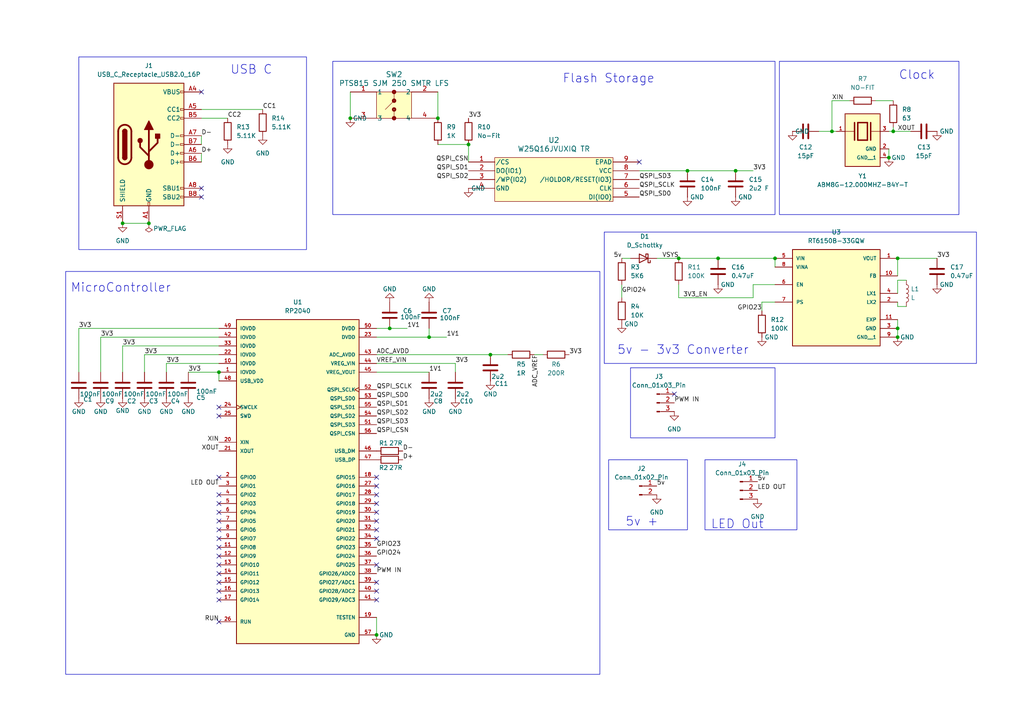
<source format=kicad_sch>
(kicad_sch (version 20231120) (generator "eeschema") (generator_version "8.0")
  (paper "A4")
  (lib_symbols
    (symbol "ABM8G-12MHZ:ABM8G-12.000MHZ-B4Y-T" (pin_names (offset 1.016))
      (property "Reference" "Y" (at -5.0878 6.3559 0))
      (property "Value" "ABM8G-12.000MHZ-B4Y-T" (at -5.0944 -12.7 0))
      (symbol "ABM8G-12.000MHZ-B4Y-T_0_0"
        (rectangle (start -5.08 -10.16) (end 5.08 5.08) (stroke (width 0.254)) (fill (type background)))
        (polyline (pts (xy -5.08 0) (xy -2.54 0)) (stroke (width 0.1524)))
        (polyline (pts (xy -2.3368 2.54) (xy -2.3368 -2.54)) (stroke (width 0.4064)))
        (polyline (pts (xy -1.397 2.54) (xy -1.397 -2.54)) (stroke (width 0.4064)))
        (polyline (pts (xy -1.397 2.54) (xy 1.397 2.54)) (stroke (width 0.4064)))
        (polyline (pts (xy 1.397 -2.54) (xy -1.397 -2.54)) (stroke (width 0.4064)))
        (polyline (pts (xy 1.397 2.54) (xy 1.397 -2.54)) (stroke (width 0.4064)))
        (polyline (pts (xy 2.3368 2.54) (xy 2.3368 -2.54)) (stroke (width 0.4064)))
        (polyline (pts (xy 2.54 0) (xy 5.08 0)) (stroke (width 0.1524)))
        (pin passive line (at -7.62 0 0) (length 2.54) (name "~") (number "1"))
        (pin power_in line (at 7.62 -5.08 180) (length 2.54) (name "GND") (number "2"))
        (pin passive line (at 7.62 0 180) (length 2.54) (name "~") (number "3"))
        (pin power_in line (at 7.62 -7.62 180) (length 2.54) (name "GND__1") (number "4"))
      )
    )
    (symbol "Connector:Conn_01x02_Pin" (pin_names (offset 1.016) hide)
      (property "Reference" "J" (at 0 2.54 0))
      (property "Value" "Conn_01x02_Pin" (at 0 -5.08 0))
      (symbol "Conn_01x02_Pin_1_1"
        (polyline (pts (xy 1.27 -2.54) (xy 0.8636 -2.54)) (stroke (width 0.1524)))
        (polyline (pts (xy 1.27 0) (xy 0.8636 0)) (stroke (width 0.1524)))
        (rectangle (start 0.8636 -2.413) (end 0 -2.667) (stroke (width 0.1524)) (fill (type outline)))
        (rectangle (start 0.8636 0.127) (end 0 -0.127) (stroke (width 0.1524)) (fill (type outline)))
        (pin passive line (at 5.08 0 180) (length 3.81) (name "Pin_1") (number "1"))
        (pin passive line (at 5.08 -2.54 180) (length 3.81) (name "Pin_2") (number "2"))
      )
    )
    (symbol "Connector:Conn_01x03_Pin" (pin_names (offset 1.016) hide)
      (property "Reference" "J" (at 0 5.08 0))
      (property "Value" "Conn_01x03_Pin" (at 0 -5.08 0))
      (symbol "Conn_01x03_Pin_1_1"
        (polyline (pts (xy 1.27 -2.54) (xy 0.8636 -2.54)) (stroke (width 0.1524)))
        (polyline (pts (xy 1.27 0) (xy 0.8636 0)) (stroke (width 0.1524)))
        (polyline (pts (xy 1.27 2.54) (xy 0.8636 2.54)) (stroke (width 0.1524)))
        (rectangle (start 0.8636 -2.413) (end 0 -2.667) (stroke (width 0.1524)) (fill (type outline)))
        (rectangle (start 0.8636 0.127) (end 0 -0.127) (stroke (width 0.1524)) (fill (type outline)))
        (rectangle (start 0.8636 2.667) (end 0 2.413) (stroke (width 0.1524)) (fill (type outline)))
        (pin passive line (at 5.08 2.54 180) (length 3.81) (name "Pin_1") (number "1"))
        (pin passive line (at 5.08 0 180) (length 3.81) (name "Pin_2") (number "2"))
        (pin passive line (at 5.08 -2.54 180) (length 3.81) (name "Pin_3") (number "3"))
      )
    )
    (symbol "Connector:USB_C_Receptacle_USB2.0_16P" (pin_names (offset 1.016))
      (property "Reference" "J" (at 0 22.225 0))
      (property "Value" "USB_C_Receptacle_USB2.0_16P" (at 0 19.685 0))
      (symbol "USB_C_Receptacle_USB2.0_16P_0_0"
        (rectangle (start -0.254 -17.78) (end 0.254 -16.764))
        (rectangle (start 10.16 -14.986) (end 9.144 -15.494))
        (rectangle (start 10.16 -12.446) (end 9.144 -12.954))
        (rectangle (start 10.16 -4.826) (end 9.144 -5.334))
        (rectangle (start 10.16 -2.286) (end 9.144 -2.794))
        (rectangle (start 10.16 0.254) (end 9.144 -0.254))
        (rectangle (start 10.16 2.794) (end 9.144 2.286))
        (rectangle (start 10.16 7.874) (end 9.144 7.366))
        (rectangle (start 10.16 10.414) (end 9.144 9.906))
        (rectangle (start 10.16 15.494) (end 9.144 14.986))
      )
      (symbol "USB_C_Receptacle_USB2.0_16P_0_1"
        (rectangle (start -10.16 17.78) (end 10.16 -17.78) (stroke (width 0.254)) (fill (type background)))
        (arc (start -8.89 -3.81) (mid -6.985 -5.7067) (end -5.08 -3.81) (stroke (width 0.508)))
        (arc (start -7.62 -3.81) (mid -6.985 -4.4423) (end -6.35 -3.81) (stroke (width 0.254)))
        (arc (start -7.62 -3.81) (mid -6.985 -4.4423) (end -6.35 -3.81) (stroke (width 0.254)) (fill (type outline)))
        (rectangle (start -7.62 -3.81) (end -6.35 3.81) (stroke (width 0.254)) (fill (type outline)))
        (arc (start -6.35 3.81) (mid -6.985 4.4423) (end -7.62 3.81) (stroke (width 0.254)))
        (arc (start -6.35 3.81) (mid -6.985 4.4423) (end -7.62 3.81) (stroke (width 0.254)) (fill (type outline)))
        (arc (start -5.08 3.81) (mid -6.985 5.7067) (end -8.89 3.81) (stroke (width 0.508)))
        (circle (center -2.54 1.143) (radius 0.635) (stroke (width 0.254)) (fill (type outline)))
        (circle (center 0 -5.842) (radius 1.27) (fill (type outline)))
        (polyline (pts (xy -8.89 -3.81) (xy -8.89 3.81)) (stroke (width 0.508)))
        (polyline (pts (xy -5.08 3.81) (xy -5.08 -3.81)) (stroke (width 0.508)))
        (polyline (pts (xy 0 -5.842) (xy 0 4.318)) (stroke (width 0.508)))
        (polyline (pts (xy 0 -3.302) (xy -2.54 -0.762) (xy -2.54 0.508)) (stroke (width 0.508)))
        (polyline (pts (xy 0 -2.032) (xy 2.54 0.508) (xy 2.54 1.778)) (stroke (width 0.508)))
        (polyline (pts (xy -1.27 4.318) (xy 0 6.858) (xy 1.27 4.318) (xy -1.27 4.318)) (stroke (width 0.254)) (fill (type outline)))
        (rectangle (start 1.905 1.778) (end 3.175 3.048) (stroke (width 0.254)) (fill (type outline)))
      )
      (symbol "USB_C_Receptacle_USB2.0_16P_1_1"
        (pin passive line (at 0 -22.86 90) (length 5.08) (name "GND") (number "A1"))
        (pin passive line (at 0 -22.86 90) (length 5.08) hide (name "GND") (number "A12"))
        (pin passive line (at 15.24 15.24 180) (length 5.08) (name "VBUS") (number "A4"))
        (pin bidirectional line (at 15.24 10.16 180) (length 5.08) (name "CC1") (number "A5"))
        (pin bidirectional line (at 15.24 -2.54 180) (length 5.08) (name "D+") (number "A6"))
        (pin bidirectional line (at 15.24 2.54 180) (length 5.08) (name "D-") (number "A7"))
        (pin bidirectional line (at 15.24 -12.7 180) (length 5.08) (name "SBU1") (number "A8"))
        (pin passive line (at 15.24 15.24 180) (length 5.08) hide (name "VBUS") (number "A9"))
        (pin passive line (at 0 -22.86 90) (length 5.08) hide (name "GND") (number "B1"))
        (pin passive line (at 0 -22.86 90) (length 5.08) hide (name "GND") (number "B12"))
        (pin passive line (at 15.24 15.24 180) (length 5.08) hide (name "VBUS") (number "B4"))
        (pin bidirectional line (at 15.24 7.62 180) (length 5.08) (name "CC2") (number "B5"))
        (pin bidirectional line (at 15.24 -5.08 180) (length 5.08) (name "D+") (number "B6"))
        (pin bidirectional line (at 15.24 0 180) (length 5.08) (name "D-") (number "B7"))
        (pin bidirectional line (at 15.24 -15.24 180) (length 5.08) (name "SBU2") (number "B8"))
        (pin passive line (at 15.24 15.24 180) (length 5.08) hide (name "VBUS") (number "B9"))
        (pin passive line (at -7.62 -22.86 90) (length 5.08) (name "SHIELD") (number "S1"))
      )
    )
    (symbol "Device:C" (pin_numbers hide) (pin_names (offset 0.254))
      (property "Reference" "C" (at 0.635 2.54 0))
      (property "Value" "C" (at 0.635 -2.54 0))
      (symbol "C_0_1"
        (polyline (pts (xy -2.032 -0.762) (xy 2.032 -0.762)) (stroke (width 0.508)))
        (polyline (pts (xy -2.032 0.762) (xy 2.032 0.762)) (stroke (width 0.508)))
      )
      (symbol "C_1_1"
        (pin passive line (at 0 3.81 270) (length 2.794) (name "~") (number "1"))
        (pin passive line (at 0 -3.81 90) (length 2.794) (name "~") (number "2"))
      )
    )
    (symbol "Device:D_Schottky" (pin_numbers hide) (pin_names (offset 1.016) hide)
      (property "Reference" "D" (at 0 2.54 0))
      (property "Value" "D_Schottky" (at 0 -2.54 0))
      (symbol "D_Schottky_0_1"
        (polyline (pts (xy 1.27 0) (xy -1.27 0)))
        (polyline (pts (xy 1.27 1.27) (xy 1.27 -1.27) (xy -1.27 0) (xy 1.27 1.27)) (stroke (width 0.254)))
        (polyline (pts (xy -1.905 0.635) (xy -1.905 1.27) (xy -1.27 1.27) (xy -1.27 -1.27) (xy -0.635 -1.27) (xy -0.635 -0.635)) (stroke (width 0.254)))
      )
      (symbol "D_Schottky_1_1"
        (pin passive line (at -3.81 0 0) (length 2.54) (name "K") (number "1"))
        (pin passive line (at 3.81 0 180) (length 2.54) (name "A") (number "2"))
      )
    )
    (symbol "Device:L" (pin_numbers hide) (pin_names (offset 1.016) hide)
      (property "Reference" "L" (at -1.27 0 90))
      (property "Value" "L" (at 1.905 0 90))
      (symbol "L_0_1"
        (arc (start 0 -2.54) (mid 0.6323 -1.905) (end 0 -1.27))
        (arc (start 0 -1.27) (mid 0.6323 -0.635) (end 0 0))
        (arc (start 0 0) (mid 0.6323 0.635) (end 0 1.27))
        (arc (start 0 1.27) (mid 0.6323 1.905) (end 0 2.54))
      )
      (symbol "L_1_1"
        (pin passive line (at 0 3.81 270) (length 1.27) (name "1") (number "1"))
        (pin passive line (at 0 -3.81 90) (length 1.27) (name "2") (number "2"))
      )
    )
    (symbol "Device:R" (pin_numbers hide) (pin_names (offset 0))
      (property "Reference" "R" (at 2.032 0 90))
      (property "Value" "R" (at 0 0 90))
      (symbol "R_0_1"
        (rectangle (start -1.016 -2.54) (end 1.016 2.54) (stroke (width 0.254)))
      )
      (symbol "R_1_1"
        (pin passive line (at 0 3.81 270) (length 1.27) (name "~") (number "1"))
        (pin passive line (at 0 -3.81 90) (length 1.27) (name "~") (number "2"))
      )
    )
    (symbol "PTS815_SJM:PTS815_SJM_250_SMTR_LFS" (pin_names (offset 0.254))
      (property "Reference" "SW" (at 40.64 7.62 0))
      (property "Value" "PTS815 SJM 250 SMTR LFS" (at 40.64 5.08 0))
      (symbol "PTS815_SJM_250_SMTR_LFS_0_1"
        (polyline (pts (xy 38.1 -7.62) (xy 40.64 -5.08)) (stroke (width 0.127)))
        (polyline (pts (xy 40.64 -7.62) (xy 40.64 -10.16)) (stroke (width 0.127)))
        (polyline (pts (xy 40.64 -5.08) (xy 40.64 -2.54)) (stroke (width 0.127)))
        (circle (center 40.64 -10.16) (radius 0.127) (stroke (width 0.508)))
        (circle (center 40.64 -7.62) (radius 0.127) (stroke (width 0.508)))
        (circle (center 40.64 -5.08) (radius 0.127) (stroke (width 0.508)))
        (circle (center 40.64 -2.54) (radius 0.127) (stroke (width 0.508)))
        (pin unspecified line (at 27.94 -2.54 0) (length 7.62) (name "1") (number "1"))
        (pin unspecified line (at 53.34 -2.54 180) (length 7.62) (name "2") (number "2"))
        (pin unspecified line (at 27.94 -10.16 0) (length 7.62) (name "3") (number "3"))
      )
      (symbol "PTS815_SJM_250_SMTR_LFS_1_1"
        (rectangle (start 35.56 -2.54) (end 45.72 -10.16) (fill (type background)))
        (pin unspecified line (at 53.34 -10.16 180) (length 7.62) (name "4") (number "4"))
      )
    )
    (symbol "RP2040:RP2040" (pin_names (offset 1.016))
      (property "Reference" "U" (at -17.78 50.8 0))
      (property "Value" "RP2040" (at -17.78 -48.26 0))
      (symbol "RP2040_0_0"
        (rectangle (start -17.78 -45.72) (end 17.78 48.26) (stroke (width 0.254)) (fill (type background)))
        (pin power_in line (at -22.86 33.02 0) (length 5.08) (name "IOVDD") (number "1"))
        (pin power_in line (at -22.86 35.56 0) (length 5.08) (name "IOVDD") (number "10"))
        (pin bidirectional line (at -22.86 -17.78 0) (length 5.08) (name "GPIO8") (number "11"))
        (pin bidirectional line (at -22.86 -20.32 0) (length 5.08) (name "GPIO9") (number "12"))
        (pin bidirectional line (at -22.86 -22.86 0) (length 5.08) (name "GPIO10") (number "13"))
        (pin bidirectional line (at -22.86 -25.4 0) (length 5.08) (name "GPIO11") (number "14"))
        (pin bidirectional line (at -22.86 -27.94 0) (length 5.08) (name "GPIO12") (number "15"))
        (pin bidirectional line (at -22.86 -30.48 0) (length 5.08) (name "GPIO13") (number "16"))
        (pin bidirectional line (at -22.86 -33.02 0) (length 5.08) (name "GPIO14") (number "17"))
        (pin bidirectional line (at 22.86 2.54 180) (length 5.08) (name "GPIO15") (number "18"))
        (pin passive line (at 22.86 -38.1 180) (length 5.08) (name "TESTEN") (number "19"))
        (pin bidirectional line (at -22.86 2.54 0) (length 5.08) (name "GPIO0") (number "2"))
        (pin input line (at -22.86 12.7 0) (length 5.08) (name "XIN") (number "20"))
        (pin output line (at -22.86 10.16 0) (length 5.08) (name "XOUT") (number "21"))
        (pin power_in line (at -22.86 38.1 0) (length 5.08) (name "IOVDD") (number "22"))
        (pin power_in line (at 22.86 43.18 180) (length 5.08) (name "DVDD") (number "23"))
        (pin input clock (at -22.86 22.86 0) (length 5.08) (name "SWCLK") (number "24"))
        (pin bidirectional line (at -22.86 20.32 0) (length 5.08) (name "SWD") (number "25"))
        (pin input line (at -22.86 -39.37 0) (length 5.08) (name "RUN") (number "26"))
        (pin bidirectional line (at 22.86 0 180) (length 5.08) (name "GPIO16") (number "27"))
        (pin bidirectional line (at 22.86 -2.54 180) (length 5.08) (name "GPIO17") (number "28"))
        (pin bidirectional line (at 22.86 -5.08 180) (length 5.08) (name "GPIO18") (number "29"))
        (pin bidirectional line (at -22.86 0 0) (length 5.08) (name "GPIO1") (number "3"))
        (pin bidirectional line (at 22.86 -7.62 180) (length 5.08) (name "GPIO19") (number "30"))
        (pin bidirectional line (at 22.86 -10.16 180) (length 5.08) (name "GPIO20") (number "31"))
        (pin bidirectional line (at 22.86 -12.7 180) (length 5.08) (name "GPIO21") (number "32"))
        (pin power_in line (at -22.86 40.64 0) (length 5.08) (name "IOVDD") (number "33"))
        (pin bidirectional line (at 22.86 -15.24 180) (length 5.08) (name "GPIO22") (number "34"))
        (pin bidirectional line (at 22.86 -17.78 180) (length 5.08) (name "GPIO23") (number "35"))
        (pin bidirectional line (at 22.86 -20.32 180) (length 5.08) (name "GPIO24") (number "36"))
        (pin bidirectional line (at 22.86 -22.86 180) (length 5.08) (name "GPIO25") (number "37"))
        (pin bidirectional line (at 22.86 -25.4 180) (length 5.08) (name "GPIO26/ADC0") (number "38"))
        (pin bidirectional line (at 22.86 -27.94 180) (length 5.08) (name "GPIO27/ADC1") (number "39"))
        (pin bidirectional line (at -22.86 -2.54 0) (length 5.08) (name "GPIO2") (number "4"))
        (pin bidirectional line (at 22.86 -30.48 180) (length 5.08) (name "GPIO28/ADC2") (number "40"))
        (pin bidirectional line (at 22.86 -33.02 180) (length 5.08) (name "GPIO29/ADC3") (number "41"))
        (pin power_in line (at -22.86 43.18 0) (length 5.08) (name "IOVDD") (number "42"))
        (pin power_in line (at 22.86 38.1 180) (length 5.08) (name "ADC_AVDD") (number "43"))
        (pin input line (at 22.86 35.56 180) (length 5.08) (name "VREG_VIN") (number "44"))
        (pin output line (at 22.86 33.02 180) (length 5.08) (name "VREG_VOUT") (number "45"))
        (pin bidirectional line (at 22.86 10.16 180) (length 5.08) (name "USB_DM") (number "46"))
        (pin bidirectional line (at 22.86 7.62 180) (length 5.08) (name "USB_DP") (number "47"))
        (pin power_in line (at -22.86 30.48 0) (length 5.08) (name "USB_VDD") (number "48"))
        (pin power_in line (at -22.86 45.72 0) (length 5.08) (name "IOVDD") (number "49"))
        (pin bidirectional line (at -22.86 -5.08 0) (length 5.08) (name "GPIO3") (number "5"))
        (pin power_in line (at 22.86 45.72 180) (length 5.08) (name "DVDD") (number "50"))
        (pin bidirectional line (at 22.86 17.78 180) (length 5.08) (name "QSPI_SD3") (number "51"))
        (pin bidirectional clock (at 22.86 27.94 180) (length 5.08) (name "QSPI_SCLK") (number "52"))
        (pin bidirectional line (at 22.86 25.4 180) (length 5.08) (name "QSPI_SD0") (number "53"))
        (pin bidirectional line (at 22.86 20.32 180) (length 5.08) (name "QSPI_SD2") (number "54"))
        (pin bidirectional line (at 22.86 22.86 180) (length 5.08) (name "QSPI_SD1") (number "55"))
        (pin bidirectional line (at 22.86 15.24 180) (length 5.08) (name "QSPI_CSN") (number "56"))
        (pin power_in line (at 22.86 -43.18 180) (length 5.08) (name "GND") (number "57"))
        (pin bidirectional line (at -22.86 -7.62 0) (length 5.08) (name "GPIO4") (number "6"))
        (pin bidirectional line (at -22.86 -10.16 0) (length 5.08) (name "GPIO5") (number "7"))
        (pin bidirectional line (at -22.86 -12.7 0) (length 5.08) (name "GPIO6") (number "8"))
        (pin bidirectional line (at -22.86 -15.24 0) (length 5.08) (name "GPIO7") (number "9"))
      )
    )
    (symbol "RT6150B-33GQW:RT6150B-33GQW" (pin_names (offset 1.016))
      (property "Reference" "U" (at -12.7 13.208 0))
      (property "Value" "RT6150B-33GQW" (at -12.7 -17.78 0))
      (symbol "RT6150B-33GQW_0_0"
        (rectangle (start -12.7 -15.24) (end 12.7 12.7) (stroke (width 0.254)) (fill (type background)))
        (pin output line (at 17.78 10.16 180) (length 5.08) (name "VOUT") (number "1"))
        (pin input line (at 17.78 5.08 180) (length 5.08) (name "FB") (number "10"))
        (pin power_in line (at 17.78 -7.62 180) (length 5.08) (name "EXP") (number "11"))
        (pin passive line (at 17.78 -2.54 180) (length 5.08) (name "LX2") (number "2"))
        (pin power_in line (at 17.78 -10.16 180) (length 5.08) (name "GND") (number "3"))
        (pin passive line (at 17.78 0 180) (length 5.08) (name "LX1") (number "4"))
        (pin input line (at -17.78 10.16 0) (length 5.08) (name "VIN") (number "5"))
        (pin input line (at -17.78 2.54 0) (length 5.08) (name "EN") (number "6"))
        (pin input line (at -17.78 -2.54 0) (length 5.08) (name "PS") (number "7"))
        (pin input line (at -17.78 7.62 0) (length 5.08) (name "VINA") (number "8"))
        (pin power_in line (at 17.78 -12.7 180) (length 5.08) (name "GND__1") (number "9"))
      )
    )
    (symbol "W25Q16JVUXIQ:W25Q16JVUXIQ_TR" (pin_names (offset 0.254))
      (property "Reference" "U" (at 39.37 8.128 0))
      (property "Value" "W25Q16JVUXIQ TR" (at 39.37 5.588 0))
      (symbol "W25Q16JVUXIQ_TR_0_1"
        (pin unspecified line (at 15.24 2.54 0) (length 7.62) (name "/CS") (number "1"))
        (pin unspecified line (at 15.24 0 0) (length 7.62) (name "DO(IO1)") (number "2"))
        (pin unspecified line (at 15.24 -2.54 0) (length 7.62) (name "/WP(IO2)") (number "3"))
        (pin unspecified line (at 15.24 -5.08 0) (length 7.62) (name "GND") (number "4"))
        (pin unspecified line (at 64.77 -7.62 180) (length 7.62) (name "DI(IO0)") (number "5"))
        (pin unspecified line (at 64.77 -5.08 180) (length 7.62) (name "CLK") (number "6"))
        (pin unspecified line (at 64.77 -2.54 180) (length 7.62) (name "/HOLDOR/RESET(IO3)") (number "7"))
        (pin unspecified line (at 64.77 0 180) (length 7.62) (name "VCC") (number "8"))
        (pin unspecified line (at 64.77 2.54 180) (length 7.62) (name "EPAD") (number "9"))
      )
      (symbol "W25Q16JVUXIQ_TR_1_1"
        (rectangle (start 22.86 3.81) (end 57.15 -8.89) (fill (type background)))
      )
    )
    (symbol "power:GND" (power) (pin_numbers hide) (pin_names (offset 0) hide)
      (property "Value" "GND" (at 0 -3.81 0))
      (symbol "GND_0_1"
        (polyline (pts (xy 0 0) (xy 0 -1.27) (xy 1.27 -1.27) (xy 0 -2.54) (xy -1.27 -1.27) (xy 0 -1.27)))
      )
      (symbol "GND_1_1"
        (pin power_in line (at 0 0 270) (length 0) (name "~") (number "1"))
      )
    )
    (symbol "power:PWR_FLAG" (power) (pin_numbers hide) (pin_names (offset 0) hide)
      (property "Value" "PWR_FLAG" (at 0 3.81 0))
      (symbol "PWR_FLAG_0_0"
        (pin power_out line (at 0 0 90) (length 0) (name "~") (number "1"))
      )
      (symbol "PWR_FLAG_0_1"
        (polyline (pts (xy 0 0) (xy 0 1.27) (xy -1.016 1.905) (xy 0 2.54) (xy 1.016 1.905) (xy 0 1.27)))
      )
    )
  )
  (junction (at 43.18 64.77))
  (junction (at 113.03 95.25))
  (junction (at 259.08 38.1))
  (junction (at 260.35 97.79))
  (junction (at 213.36 49.53))
  (junction (at 127 34.29))
  (junction (at 260.35 95.25))
  (junction (at 196.85 74.93))
  (junction (at 135.89 41.91))
  (junction (at 208.28 74.93))
  (junction (at 260.35 74.93))
  (junction (at 224.79 74.93))
  (junction (at 142.24 102.87))
  (junction (at 109.22 184.15))
  (junction (at 241.3 38.1))
  (junction (at 199.39 49.53))
  (junction (at 257.81 45.72))
  (junction (at 124.46 97.79))
  (junction (at 63.5 107.95))
  (junction (at 35.56 64.77))
  (junction (at 101.6 34.29))
  (no_connect (at 63.5 180.34))
  (no_connect (at 109.22 140.97))
  (no_connect (at 109.22 148.59))
  (no_connect (at 63.5 118.11))
  (no_connect (at 109.22 151.13))
  (no_connect (at 63.5 161.29))
  (no_connect (at 109.22 163.83))
  (no_connect (at 109.22 138.43))
  (no_connect (at 63.5 166.37))
  (no_connect (at 58.42 57.15))
  (no_connect (at 63.5 173.99))
  (no_connect (at 109.22 168.91))
  (no_connect (at 63.5 151.13))
  (no_connect (at 109.22 143.51))
  (no_connect (at 109.22 153.67))
  (no_connect (at 63.5 153.67))
  (no_connect (at 63.5 156.21))
  (no_connect (at 63.5 148.59))
  (no_connect (at 195.58 114.3))
  (no_connect (at 63.5 120.65))
  (no_connect (at 109.22 171.45))
  (no_connect (at 109.22 173.99))
  (no_connect (at 109.22 146.05))
  (no_connect (at 63.5 143.51))
  (no_connect (at 63.5 146.05))
  (no_connect (at 109.22 156.21))
  (no_connect (at 63.5 138.43))
  (no_connect (at 58.42 26.67))
  (no_connect (at 63.5 171.45))
  (no_connect (at 58.42 54.61))
  (no_connect (at 185.42 46.99))
  (no_connect (at 63.5 168.91))
  (no_connect (at 63.5 158.75))
  (no_connect (at 63.5 163.83))
  (wire (pts (xy 124.46 97.79) (xy 109.22 97.79)))
  (wire (pts (xy 124.46 97.79) (xy 129.54 97.79)))
  (wire (pts (xy 196.85 74.93) (xy 208.28 74.93)))
  (wire (pts (xy 260.35 81.28) (xy 260.35 85.09)))
  (wire (pts (xy 132.08 105.41) (xy 132.08 107.95)))
  (wire (pts (xy 254 29.21) (xy 259.08 29.21)))
  (wire (pts (xy 154.94 102.87) (xy 157.48 102.87)))
  (wire (pts (xy 199.39 49.53) (xy 213.36 49.53)))
  (wire (pts (xy 48.26 107.95) (xy 48.26 105.41)))
  (wire (pts (xy 142.24 102.87) (xy 147.32 102.87)))
  (wire (pts (xy 35.56 64.77) (xy 43.18 64.77)))
  (wire (pts (xy 63.5 100.33) (xy 35.56 100.33)))
  (wire (pts (xy 259.08 36.83) (xy 259.08 38.1)))
  (wire (pts (xy 190.5 74.93) (xy 196.85 74.93)))
  (wire (pts (xy 58.42 31.75) (xy 76.2 31.75)))
  (wire (pts (xy 260.35 74.93) (xy 260.35 80.01)))
  (wire (pts (xy 213.36 49.53) (xy 218.44 49.53)))
  (wire (pts (xy 218.44 82.55) (xy 224.79 82.55)))
  (wire (pts (xy 109.22 107.95) (xy 124.46 107.95)))
  (wire (pts (xy 35.56 100.33) (xy 35.56 107.95)))
  (wire (pts (xy 180.34 82.55) (xy 180.34 86.36)))
  (wire (pts (xy 180.34 74.93) (xy 182.88 74.93)))
  (wire (pts (xy 260.35 88.9) (xy 262.89 88.9)))
  (wire (pts (xy 109.22 102.87) (xy 142.24 102.87)))
  (wire (pts (xy 220.98 87.63) (xy 220.98 90.17)))
  (wire (pts (xy 260.35 95.25) (xy 260.35 97.79)))
  (wire (pts (xy 241.3 29.21) (xy 241.3 38.1)))
  (wire (pts (xy 224.79 74.93) (xy 224.79 77.47)))
  (wire (pts (xy 246.38 29.21) (xy 241.3 29.21)))
  (wire (pts (xy 196.85 86.36) (xy 196.85 82.55)))
  (wire (pts (xy 41.91 102.87) (xy 41.91 107.95)))
  (wire (pts (xy 260.35 87.63) (xy 260.35 88.9)))
  (wire (pts (xy 48.26 105.41) (xy 63.5 105.41)))
  (wire (pts (xy 63.5 102.87) (xy 41.91 102.87)))
  (wire (pts (xy 58.42 44.45) (xy 58.42 46.99)))
  (wire (pts (xy 260.35 74.93) (xy 271.78 74.93)))
  (wire (pts (xy 220.98 87.63) (xy 224.79 87.63)))
  (wire (pts (xy 113.03 95.25) (xy 118.11 95.25)))
  (wire (pts (xy 58.42 34.29) (xy 66.04 34.29)))
  (wire (pts (xy 260.35 92.71) (xy 260.35 95.25)))
  (wire (pts (xy 63.5 107.95) (xy 63.5 110.49)))
  (wire (pts (xy 54.61 107.95) (xy 63.5 107.95)))
  (wire (pts (xy 135.89 41.91) (xy 135.89 46.99)))
  (wire (pts (xy 109.22 105.41) (xy 132.08 105.41)))
  (wire (pts (xy 257.81 38.1) (xy 259.08 38.1)))
  (wire (pts (xy 218.44 86.36) (xy 218.44 82.55)))
  (wire (pts (xy 101.6 26.67) (xy 101.6 34.29)))
  (wire (pts (xy 124.46 95.25) (xy 124.46 97.79)))
  (wire (pts (xy 259.08 38.1) (xy 264.16 38.1)))
  (wire (pts (xy 241.3 38.1) (xy 242.57 38.1)))
  (wire (pts (xy 196.85 86.36) (xy 218.44 86.36)))
  (wire (pts (xy 127 41.91) (xy 135.89 41.91)))
  (wire (pts (xy 185.42 49.53) (xy 199.39 49.53)))
  (wire (pts (xy 109.22 95.25) (xy 113.03 95.25)))
  (wire (pts (xy 58.42 39.37) (xy 58.42 41.91)))
  (wire (pts (xy 22.86 95.25) (xy 63.5 95.25)))
  (wire (pts (xy 257.81 43.18) (xy 257.81 45.72)))
  (wire (pts (xy 63.5 97.79) (xy 29.21 97.79)))
  (wire (pts (xy 262.89 81.28) (xy 260.35 81.28)))
  (wire (pts (xy 208.28 74.93) (xy 224.79 74.93)))
  (wire (pts (xy 127 26.67) (xy 127 34.29)))
  (wire (pts (xy 22.86 107.95) (xy 22.86 95.25)))
  (wire (pts (xy 109.22 179.07) (xy 109.22 184.15)))
  (wire (pts (xy 237.49 38.1) (xy 241.3 38.1)))
  (wire (pts (xy 29.21 97.79) (xy 29.21 107.95)))
  (rectangle (start 182.88 106.68) (end 224.79 127))
  (rectangle (start 19.05 78.74) (end 173.99 195.58))
  (rectangle (start 22.86 16.51) (end 88.9 72.39))
  (rectangle (start 226.06 17.78) (end 278.13 62.23))
  (rectangle (start 96.52 17.78) (end 224.79 62.23))
  (rectangle (start 176.53 133.35) (end 199.39 153.67))
  (rectangle (start 175.26 67.31) (end 283.21 105.41))
  (rectangle (start 204.47 133.35) (end 231.14 153.67))
  (text "USB C\n" (at 72.898 20.32 0) (effects (font (size 2.54 2.54))))
  (text "MicroController" (at 35.052 83.566 0) (effects (font (size 2.54 2.54))))
  (text "Clock" (at 265.938 21.844 0) (effects (font (size 2.54 2.54))))
  (text "5v - 3v3 Converter" (at 198.12 101.6 0) (effects (font (size 2.54 2.54))))
  (text "LED Out" (at 213.868 152.146 0) (effects (font (size 2.54 2.54))))
  (text "5v +\n" (at 186.182 151.384 0) (effects (font (size 2.54 2.54))))
  (text "Flash Storage" (at 176.53 22.86 0) (effects (font (size 2.54 2.54))))
  (label "PWM IN" (at 109.22 166.37 0))
  (label "RUN" (at 63.5 180.34 180))
  (label "VREF_VIN" (at 109.22 105.41 0))
  (label "QSPI_SD2" (at 109.22 120.65 0))
  (label "QSPI_SCLK" (at 109.22 113.03 0))
  (label "5v" (at 180.34 74.93 180))
  (label "D-" (at 58.42 39.37 0))
  (label "D-" (at 116.84 130.81 0))
  (label "ADC_AVDD" (at 109.22 102.87 0))
  (label "LED OUT" (at 63.5 140.97 180))
  (label "D+" (at 58.42 44.45 0))
  (label "QSPI_SD0" (at 109.22 115.57 0))
  (label "5v" (at 190.5 140.97 0))
  (label "VSYS" (at 196.85 74.93 180))
  (label "3V3" (at 48.26 105.41 0))
  (label "1V1" (at 129.54 97.79 0))
  (label "3V3" (at 218.44 49.53 0))
  (label "3V3" (at 29.21 97.79 0))
  (label "5v" (at 219.71 139.7 0))
  (label "3V3" (at 22.86 95.25 0))
  (label "3V3" (at 35.56 100.33 0))
  (label "3V3" (at 135.89 34.29 0))
  (label "3V3" (at 165.1 102.87 0))
  (label "CC1" (at 76.2 31.75 0))
  (label "GPIO24" (at 109.22 161.29 0))
  (label "GPIO24" (at 180.34 85.09 0))
  (label "3V3" (at 271.78 74.93 0))
  (label "D+" (at 116.84 133.35 0))
  (label "QSPI_SD2" (at 135.89 52.07 180))
  (label "GPIO23" (at 220.98 90.17 180))
  (label "QSPI_CSN" (at 135.89 46.99 180))
  (label "PWM IN" (at 195.58 116.84 0))
  (label "3V3_EN" (at 198.12 86.36 0))
  (label "3V3" (at 132.08 105.41 0))
  (label "XOUT" (at 260.35 38.1 0))
  (label "XIN" (at 63.5 128.27 180))
  (label "QSPI_SD1" (at 135.89 49.53 180))
  (label "QSPI_SD3" (at 109.22 123.19 0))
  (label "ADC_VREF" (at 156.21 102.87 270))
  (label "GPIO23" (at 109.22 158.75 0))
  (label "3V3" (at 54.61 107.95 0))
  (label "CC2" (at 66.04 34.29 0))
  (label "LED OUT" (at 219.71 142.24 0))
  (label "QSPI_SD1" (at 109.22 118.11 0))
  (label "XIN" (at 241.3 29.21 0))
  (label "QSPI_SD0" (at 185.42 57.15 0))
  (label "1V1" (at 118.11 95.25 0))
  (label "QSPI_SCLK" (at 185.42 54.61 0))
  (label "QSPI_SD3" (at 185.42 52.07 0))
  (label "3V3" (at 41.91 102.87 0))
  (label "QSPI_CSN" (at 109.22 125.73 0))
  (label "1V1" (at 124.46 107.95 0))
  (label "XOUT" (at 63.5 130.81 180))
  (symbol (lib_id "power:GND") (at 199.39 57.15 0) (unit 1)
    (property "Reference" "#PWR020" (effects (hide yes)))
    (property "Value" "GND" (at 202.184 57.15 0))
    (property "Description" "Power symbol creates a global label with name \"GND\" , ground" (effects (hide yes)))
  )
  (symbol (lib_id "Device:C") (at 29.21 111.76 0) (unit 1)
    (property "Reference" "C1" (at 24.13 115.824 0) (effects (justify left)))
    (property "Value" "100nF" (at 29.464 114.3 0) (effects (justify left)))
    (property "Footprint" "Capacitor_SMD:C_0201_0603Metric" (effects (hide yes)))
    (property "Description" "Unpolarized capacitor" (effects (hide yes)))
  )
  (symbol (lib_id "power:GND") (at 101.6 34.29 0) (unit 1)
    (property "Reference" "#PWR017" (effects (hide yes)))
    (property "Value" "GND" (at 104.394 34.29 0))
    (property "Description" "Power symbol creates a global label with name \"GND\" , ground" (effects (hide yes)))
  )
  (symbol (lib_id "Device:C") (at 35.56 111.76 0) (unit 1)
    (property "Reference" "C2" (at 36.83 116.332 0) (effects (justify left)))
    (property "Value" "100nF" (at 35.814 114.3 0) (effects (justify left)))
    (property "Footprint" "Capacitor_SMD:C_0201_0603Metric" (effects (hide yes)))
    (property "Description" "Unpolarized capacitor" (effects (hide yes)))
  )
  (symbol (lib_id "power:GND") (at 66.04 41.91 0) (unit 1)
    (property "Reference" "#PWR026" (effects (hide yes)))
    (property "Value" "GND" (at 66.04 46.99 0))
    (property "Description" "Power symbol creates a global label with name \"GND\" , ground" (effects (hide yes)))
  )
  (symbol (lib_id "power:GND") (at 132.08 115.57 0) (unit 1)
    (property "Reference" "#PWR011" (effects (hide yes)))
    (property "Value" "GND" (at 132.08 119.38 0))
    (property "Description" "Power symbol creates a global label with name \"GND\" , ground" (effects (hide yes)))
  )
  (symbol (lib_id "Device:C") (at 124.46 111.76 0) (unit 1)
    (property "Reference" "C8" (at 125.73 116.332 0) (effects (justify left)))
    (property "Value" "2u2" (at 124.714 114.3 0) (effects (justify left)))
    (property "Footprint" "Capacitor_SMD:C_0201_0603Metric" (effects (hide yes)))
    (property "Description" "Unpolarized capacitor" (effects (hide yes)))
  )
  (symbol (lib_id "power:PWR_FLAG") (at 43.18 64.77 180) (unit 1)
    (property "Reference" "#FLG01" (effects (hide yes)))
    (property "Value" "PWR_FLAG" (at 49.276 66.294 0))
    (property "Description" "Special symbol for telling ERC where power comes from" (effects (hide yes)))
  )
  (symbol (lib_id "power:GND") (at 135.89 54.61 0) (unit 1)
    (property "Reference" "#PWR018" (effects (hide yes)))
    (property "Value" "GND" (at 138.684 54.61 0))
    (property "Description" "Power symbol creates a global label with name \"GND\" , ground" (effects (hide yes)))
  )
  (symbol (lib_id "Device:R") (at 259.08 33.02 0) (unit 1)
    (property "Reference" "R8" (at 261.62 31.7499 0) (effects (justify left)))
    (property "Value" "63" (at 261.62 34.2899 0) (effects (justify left)))
    (property "Footprint" "Resistor_SMD:R_0201_0603Metric" (effects (hide yes)))
    (property "Description" "Resistor" (effects (hide yes)))
  )
  (symbol (lib_id "power:GND") (at 219.71 144.78 0) (unit 1)
    (property "Reference" "#PWR029" (effects (hide yes)))
    (property "Value" "GND" (at 219.71 149.86 0))
    (property "Description" "Power symbol creates a global label with name \"GND\" , ground" (effects (hide yes)))
  )
  (symbol (lib_id "Connector:Conn_01x03_Pin") (at 214.63 142.24 0) (unit 1)
    (property "Reference" "J4" (at 215.265 134.62 0))
    (property "Value" "Conn_01x03_Pin" (at 215.265 137.16 0))
    (property "Footprint" "Connector_PinHeader_2.54mm:PinHeader_1x03_P2.54mm_Horizontal" (effects (hide yes)))
    (property "Description" "Generic connector, single row, 01x03, script generated" (effects (hide yes)))
  )
  (symbol (lib_id "Device:C") (at 199.39 53.34 0) (unit 1)
    (property "Reference" "C14" (at 203.2 52.0699 0) (effects (justify left)))
    (property "Value" "100nF" (at 203.2 54.6099 0) (effects (justify left)))
    (property "Footprint" "Capacitor_SMD:C_0201_0603Metric" (effects (hide yes)))
    (property "Description" "Unpolarized capacitor" (effects (hide yes)))
  )
  (symbol (lib_id "power:GND") (at 208.28 82.55 0) (unit 1)
    (property "Reference" "#PWR019" (effects (hide yes)))
    (property "Value" "GND" (at 211.074 82.55 0))
    (property "Description" "Power symbol creates a global label with name \"GND\" , ground" (effects (hide yes)))
  )
  (symbol (lib_id "Device:C") (at 113.03 91.44 0) (unit 1)
    (property "Reference" "C6" (at 116.84 90.1699 0) (effects (justify left)))
    (property "Value" "100nF" (at 116.078 91.948 0) (effects (justify left)))
    (property "Footprint" "Capacitor_SMD:C_0201_0603Metric" (effects (hide yes)))
    (property "Description" "Unpolarized capacitor" (effects (hide yes)))
  )
  (symbol (lib_id "Device:R") (at 196.85 78.74 180) (unit 1)
    (property "Reference" "R11" (at 199.39 77.4699 0) (effects (justify right)))
    (property "Value" "100K" (at 199.39 80.0099 0) (effects (justify right)))
    (property "Footprint" "Resistor_SMD:R_0201_0603Metric" (effects (hide yes)))
    (property "Description" "Resistor" (effects (hide yes)))
  )
  (symbol (lib_id "power:GND") (at 180.34 93.98 0) (unit 1)
    (property "Reference" "#PWR012" (effects (hide yes)))
    (property "Value" "GND" (at 183.134 93.98 0))
    (property "Description" "Power symbol creates a global label with name \"GND\" , ground" (effects (hide yes)))
  )
  (symbol (lib_id "power:GND") (at 48.26 115.57 0) (unit 1)
    (property "Reference" "#PWR05" (effects (hide yes)))
    (property "Value" "GND" (at 48.26 119.38 0))
    (property "Description" "Power symbol creates a global label with name \"GND\" , ground" (effects (hide yes)))
  )
  (symbol (lib_id "Device:R") (at 66.04 38.1 180) (unit 1)
    (property "Reference" "R13" (at 68.58 36.8299 0) (effects (justify right)))
    (property "Value" "5.11K" (at 68.58 39.3699 0) (effects (justify right)))
    (property "Footprint" "Resistor_SMD:R_0201_0603Metric" (effects (hide yes)))
    (property "Description" "Resistor" (effects (hide yes)))
  )
  (symbol (lib_id "power:GND") (at 220.98 97.79 0) (unit 1)
    (property "Reference" "#PWR021" (effects (hide yes)))
    (property "Value" "GND" (at 223.774 97.79 0))
    (property "Description" "Power symbol creates a global label with name \"GND\" , ground" (effects (hide yes)))
  )
  (symbol (lib_id "power:GND") (at 29.21 115.57 0) (unit 1)
    (property "Reference" "#PWR01" (effects (hide yes)))
    (property "Value" "GND" (at 29.21 119.38 0))
    (property "Description" "Power symbol creates a global label with name \"GND\" , ground" (effects (hide yes)))
  )
  (symbol (lib_id "power:GND") (at 22.86 115.57 0) (unit 1)
    (property "Reference" "#PWR03" (effects (hide yes)))
    (property "Value" "GND" (at 22.86 119.38 0))
    (property "Description" "Power symbol creates a global label with name \"GND\" , ground" (effects (hide yes)))
  )
  (symbol (lib_id "power:GND") (at 271.78 38.1 0) (unit 1)
    (property "Reference" "#PWR016" (effects (hide yes)))
    (property "Value" "GND" (at 274.574 38.1 0))
    (property "Description" "Power symbol creates a global label with name \"GND\" , ground" (effects (hide yes)))
  )
  (symbol (lib_id "Device:R") (at 180.34 78.74 180) (unit 1)
    (property "Reference" "R3" (at 182.88 77.4699 0) (effects (justify right)))
    (property "Value" "5K6" (at 182.88 80.0099 0) (effects (justify right)))
    (property "Footprint" "Resistor_SMD:R_0201_0603Metric" (effects (hide yes)))
    (property "Description" "Resistor" (effects (hide yes)))
  )
  (symbol (lib_id "Device:C") (at 142.24 106.68 0) (unit 1)
    (property "Reference" "C11" (at 143.51 111.252 0) (effects (justify left)))
    (property "Value" "2u2" (at 142.494 109.22 0) (effects (justify left)))
    (property "Footprint" "Capacitor_SMD:C_0201_0603Metric" (effects (hide yes)))
    (property "Description" "Unpolarized capacitor" (effects (hide yes)))
  )
  (symbol (lib_id "RP2040:RP2040") (at 86.36 140.97 0) (unit 1)
    (property "Reference" "U1" (at 86.36 87.63 0))
    (property "Value" "RP2040" (at 86.36 90.17 0))
    (property "Footprint" "Package_DFN_QFN:QFN-56-1EP_7x7mm_P0.4mm_EP3.2x3.2mm_ThermalVias" (effects (hide yes)))
    (property "MF" "Raspberry Pi" (effects (hide yes)))
    (property "MAXIMUM_PACKAGE_HEIGHT" "0.9 mm" (effects (hide yes)))
    (property "Package" "None" (effects (hide yes)))
    (property "Price" "None" (effects (hide yes)))
    (property "Check_prices" "https://www.snapeda.com/parts/RP2040/Raspberry+Pi/view-part/?ref=eda" (effects (hide yes)))
    (property "STANDARD" "IPC 7351B" (effects (hide yes)))
    (property "PARTREV" "1.6.1" (effects (hide yes)))
    (property "SnapEDA_Link" "https://www.snapeda.com/parts/RP2040/Raspberry+Pi/view-part/?ref=snap" (effects (hide yes)))
    (property "MP" "RP2040" (effects (hide yes)))
    (property "Description_1" "\nRP2040 chip for Raspberry Pi Pico - ARM® Cortex®-M0+ MCU 32-Bit\n" (effects (hide yes)))
    (property "Availability" "Not in stock" (effects (hide yes)))
    (property "MANUFACTURER" "Raspberry Pi" (effects (hide yes)))
  )
  (symbol (lib_id "Device:R") (at 180.34 90.17 180) (unit 1)
    (property "Reference" "R4" (at 182.88 88.8999 0) (effects (justify right)))
    (property "Value" "10K" (at 182.88 91.4399 0) (effects (justify right)))
    (property "Footprint" "Resistor_SMD:R_0201_0603Metric" (effects (hide yes)))
    (property "Description" "Resistor" (effects (hide yes)))
  )
  (symbol (lib_id "Device:C") (at 213.36 53.34 0) (unit 1)
    (property "Reference" "C15" (at 217.17 52.0699 0) (effects (justify left)))
    (property "Value" "2u2 F" (at 217.17 54.6099 0) (effects (justify left)))
    (property "Footprint" "Capacitor_SMD:C_0201_0603Metric" (effects (hide yes)))
    (property "Description" "Unpolarized capacitor" (effects (hide yes)))
  )
  (symbol (lib_id "power:GND") (at 195.58 119.38 0) (unit 1)
    (property "Reference" "#PWR030" (effects (hide yes)))
    (property "Value" "GND" (at 195.58 124.46 0))
    (property "Description" "Power symbol creates a global label with name \"GND\" , ground" (effects (hide yes)))
  )
  (symbol (lib_id "power:GND") (at 124.46 115.57 0) (unit 1)
    (property "Reference" "#PWR010" (effects (hide yes)))
    (property "Value" "GND" (at 124.46 119.38 0))
    (property "Description" "Power symbol creates a global label with name \"GND\" , ground" (effects (hide yes)))
  )
  (symbol (lib_id "power:GND") (at 35.56 115.57 0) (unit 1)
    (property "Reference" "#PWR02" (effects (hide yes)))
    (property "Value" "GND" (at 35.56 119.126 0))
    (property "Description" "Power symbol creates a global label with name \"GND\" , ground" (effects (hide yes)))
  )
  (symbol (lib_id "Device:C") (at 22.86 111.76 0) (unit 1)
    (property "Reference" "C9" (at 30.48 116.332 0) (effects (justify left)))
    (property "Value" "100nF" (at 23.114 114.3 0) (effects (justify left)))
    (property "Footprint" "Capacitor_SMD:C_0201_0603Metric" (effects (hide yes)))
    (property "Description" "Unpolarized capacitor" (effects (hide yes)))
  )
  (symbol (lib_id "Device:R") (at 161.29 102.87 90) (unit 1)
    (property "Reference" "R6" (at 161.29 105.664 90))
    (property "Value" "200R" (at 161.29 108.204 90))
    (property "Footprint" "Resistor_SMD:R_0201_0603Metric" (effects (hide yes)))
    (property "Description" "Resistor" (effects (hide yes)))
  )
  (symbol (lib_id "Device:R") (at 250.19 29.21 90) (unit 1)
    (property "Reference" "R7" (at 250.19 22.86 90))
    (property "Value" "NO-FIT" (at 250.19 25.4 90))
    (property "Footprint" "Resistor_SMD:R_0201_0603Metric" (effects (hide yes)))
    (property "Description" "Resistor" (effects (hide yes)))
  )
  (symbol (lib_id "Connector:Conn_01x03_Pin") (at 190.5 116.84 0) (unit 1)
    (property "Reference" "J3" (at 191.135 109.22 0))
    (property "Value" "Conn_01x03_Pin" (at 191.135 111.76 0))
    (property "Footprint" "Connector_PinHeader_2.54mm:PinHeader_1x03_P2.54mm_Horizontal" (effects (hide yes)))
    (property "Description" "Generic connector, single row, 01x03, script generated" (effects (hide yes)))
  )
  (symbol (lib_id "Connector:Conn_01x02_Pin") (at 185.42 140.97 0) (unit 1)
    (property "Reference" "J2" (at 186.055 135.89 0))
    (property "Value" "Conn_01x02_Pin" (at 186.055 138.43 0))
    (property "Footprint" "Connector_PinHeader_2.54mm:PinHeader_1x02_P2.54mm_Horizontal" (effects (hide yes)))
    (property "Description" "Generic connector, single row, 01x02, script generated" (effects (hide yes)))
  )
  (symbol (lib_id "ABM8G-12MHZ:ABM8G-12.000MHZ-B4Y-T") (at 250.19 38.1 0) (unit 1)
    (property "Reference" "Y1" (at 250.19 51.054 0))
    (property "Value" "ABM8G-12.000MHZ-B4Y-T" (at 250.19 53.594 0))
    (property "Footprint" "ABM8G_12_000MHZ_B4Y_T:CRYSTAL_ABM8G_ABR" (effects (hide yes)))
    (property "PARTREV" "08.13.15" (effects (hide yes)))
    (property "STANDARD" "Manufacturer Recommendations" (effects (hide yes)))
    (property "MAXIMUM_PACKAGE_HEIGHT" "1.0 mm" (effects (hide yes)))
    (property "MANUFACTURER" "Abracon" (effects (hide yes)))
  )
  (symbol (lib_id "power:GND") (at 113.03 87.63 180) (unit 1)
    (property "Reference" "#PWR08" (effects (hide yes)))
    (property "Value" "GND" (at 113.03 83.82 0))
    (property "Description" "Power symbol creates a global label with name \"GND\" , ground" (effects (hide yes)))
  )
  (symbol (lib_id "Device:R") (at 127 38.1 0) (unit 1)
    (property "Reference" "R9" (at 129.54 36.8299 0) (effects (justify left)))
    (property "Value" "1K" (at 129.54 39.3699 0) (effects (justify left)))
    (property "Footprint" "Resistor_SMD:R_0201_0603Metric" (effects (hide yes)))
    (property "Description" "Resistor" (effects (hide yes)))
  )
  (symbol (lib_id "Device:C") (at 208.28 78.74 0) (unit 1)
    (property "Reference" "C16" (at 212.09 77.4699 0) (effects (justify left)))
    (property "Value" "0.47uF" (at 212.09 80.0099 0) (effects (justify left)))
    (property "Footprint" "Capacitor_SMD:C_0201_0603Metric" (effects (hide yes)))
    (property "Description" "Unpolarized capacitor" (effects (hide yes)))
  )
  (symbol (lib_id "Device:R") (at 113.03 130.81 90) (unit 1)
    (property "Reference" "R1" (at 111.252 128.524 90))
    (property "Value" "27R" (at 114.808 128.524 90))
    (property "Footprint" "Resistor_SMD:R_0201_0603Metric" (effects (hide yes)))
    (property "Description" "Resistor" (effects (hide yes)))
  )
  (symbol (lib_id "Device:C") (at 124.46 91.44 0) (unit 1)
    (property "Reference" "C7" (at 128.27 90.1699 0) (effects (justify left)))
    (property "Value" "100nF" (at 127.508 92.202 0) (effects (justify left)))
    (property "Footprint" "Capacitor_SMD:C_0201_0603Metric" (effects (hide yes)))
    (property "Description" "Unpolarized capacitor" (effects (hide yes)))
  )
  (symbol (lib_id "RT6150B-33GQW:RT6150B-33GQW") (at 242.57 85.09 0) (unit 1)
    (property "Reference" "U3" (at 242.57 67.31 0))
    (property "Value" "RT6150B-33GQW" (at 242.57 69.85 0))
    (property "Footprint" "RT6150B_33GQW:10-WFDFN-EP_RIT" (effects (hide yes)))
    (property "PARTREV" "July 2018" (effects (hide yes)))
    (property "STANDARD" "Manufacturer Recommendations" (effects (hide yes)))
    (property "SNAPEDA_PACKAGE_ID" "19032" (effects (hide yes)))
    (property "MAXIMUM_PACKAGE_HEIGHT" "0.8 mm" (effects (hide yes)))
    (property "MANUFACTURER" "Richtek USA Inc." (effects (hide yes)))
  )
  (symbol (lib_id "PTS815_SJM:PTS815_SJM_250_SMTR_LFS") (at 73.66 24.13 0) (unit 1)
    (property "Reference" "SW2" (at 114.3 21.59 0) (effects (font (size 1.524 1.524))))
    (property "Value" "PTS815 SJM 250 SMTR LFS" (at 114.3 24.13 0) (effects (font (size 1.524 1.524))))
    (property "Footprint" "PTS815_SJM_250_SMTR_LFS:SW4_PTS815 SJM 250 SMTR LFS_CNK" (effects (hide yes)))
    (property "Datasheet" "PTS815 SJM 250 SMTR LFS" (effects (hide yes)))
  )
  (symbol (lib_id "power:GND") (at 257.81 45.72 0) (unit 1)
    (property "Reference" "#PWR015" (effects (hide yes)))
    (property "Value" "GND" (at 260.604 45.72 0))
    (property "Description" "Power symbol creates a global label with name \"GND\" , ground" (effects (hide yes)))
  )
  (symbol (lib_id "Device:R") (at 76.2 35.56 180) (unit 1)
    (property "Reference" "R14" (at 78.74 34.2899 0) (effects (justify right)))
    (property "Value" "5.11K" (at 78.74 36.8299 0) (effects (justify right)))
    (property "Footprint" "Resistor_SMD:R_0201_0603Metric" (effects (hide yes)))
    (property "Description" "Resistor" (effects (hide yes)))
  )
  (symbol (lib_id "Device:D_Schottky") (at 186.69 74.93 180) (unit 1)
    (property "Reference" "D1" (at 187.0075 68.58 0))
    (property "Value" "D_Schottky" (at 187.0075 71.12 0))
    (property "Footprint" "Diode_SMD:D_SOD-123F" (effects (hide yes)))
    (property "Description" "Schottky diode" (effects (hide yes)))
  )
  (symbol (lib_id "power:GND") (at 76.2 39.37 0) (unit 1)
    (property "Reference" "#PWR027" (effects (hide yes)))
    (property "Value" "GND" (at 76.2 44.45 0))
    (property "Description" "Power symbol creates a global label with name \"GND\" , ground" (effects (hide yes)))
  )
  (symbol (lib_id "power:GND") (at 260.35 97.79 0) (unit 1)
    (property "Reference" "#PWR023" (effects (hide yes)))
    (property "Value" "GND" (at 263.144 97.79 0))
    (property "Description" "Power symbol creates a global label with name \"GND\" , ground" (effects (hide yes)))
  )
  (symbol (lib_id "Device:C") (at 233.68 38.1 90) (unit 1)
    (property "Reference" "C12" (at 233.68 42.672 90))
    (property "Value" "15pF" (at 233.68 45.212 90))
    (property "Footprint" "Capacitor_SMD:C_0201_0603Metric" (effects (hide yes)))
    (property "Description" "Unpolarized capacitor" (effects (hide yes)))
  )
  (symbol (lib_id "power:GND") (at 142.24 110.49 0) (unit 1)
    (property "Reference" "#PWR013" (effects (hide yes)))
    (property "Value" "GND" (at 142.24 114.3 0))
    (property "Description" "Power symbol creates a global label with name \"GND\" , ground" (effects (hide yes)))
  )
  (symbol (lib_id "Device:C") (at 132.08 111.76 0) (unit 1)
    (property "Reference" "C10" (at 133.35 116.332 0) (effects (justify left)))
    (property "Value" "2u2" (at 132.334 114.3 0) (effects (justify left)))
    (property "Footprint" "Capacitor_SMD:C_0201_0603Metric" (effects (hide yes)))
    (property "Description" "Unpolarized capacitor" (effects (hide yes)))
  )
  (symbol (lib_id "power:GND") (at 35.56 64.77 0) (unit 1)
    (property "Reference" "#PWR025" (effects (hide yes)))
    (property "Value" "GND" (at 35.56 69.85 0))
    (property "Description" "Power symbol creates a global label with name \"GND\" , ground" (effects (hide yes)))
  )
  (symbol (lib_id "Device:L") (at 262.89 85.09 0) (unit 1)
    (property "Reference" "L1" (at 264.16 83.8199 0) (effects (justify left)))
    (property "Value" "L" (at 264.16 86.3599 0) (effects (justify left)))
    (property "Footprint" "Inductor_SMD:L_0603_1608Metric" (effects (hide yes)))
    (property "Description" "Inductor" (effects (hide yes)))
  )
  (symbol (lib_id "power:GND") (at 41.91 115.57 0) (unit 1)
    (property "Reference" "#PWR04" (effects (hide yes)))
    (property "Value" "GND" (at 41.91 119.38 0))
    (property "Description" "Power symbol creates a global label with name \"GND\" , ground" (effects (hide yes)))
  )
  (symbol (lib_id "Device:C") (at 41.91 111.76 0) (unit 1)
    (property "Reference" "C3" (at 43.18 116.332 0) (effects (justify left)))
    (property "Value" "100nF" (at 42.164 114.3 0) (effects (justify left)))
    (property "Footprint" "Capacitor_SMD:C_0201_0603Metric" (effects (hide yes)))
    (property "Description" "Unpolarized capacitor" (effects (hide yes)))
  )
  (symbol (lib_id "Device:C") (at 54.61 111.76 0) (unit 1)
    (property "Reference" "C5" (at 56.896 115.316 0) (effects (justify left)))
    (property "Value" "100nF" (at 56.896 113.538 0) (effects (justify left)))
    (property "Footprint" "Capacitor_SMD:C_0201_0603Metric" (effects (hide yes)))
    (property "Description" "Unpolarized capacitor" (effects (hide yes)))
  )
  (symbol (lib_id "Device:C") (at 267.97 38.1 90) (unit 1)
    (property "Reference" "C13" (at 267.97 42.672 90))
    (property "Value" "15pF" (at 267.97 45.212 90))
    (property "Footprint" "Capacitor_SMD:C_0201_0603Metric" (effects (hide yes)))
    (property "Description" "Unpolarized capacitor" (effects (hide yes)))
  )
  (symbol (lib_id "Device:C") (at 48.26 111.76 0) (unit 1)
    (property "Reference" "C4" (at 49.53 116.332 0) (effects (justify left)))
    (property "Value" "100nF" (at 48.514 114.3 0) (effects (justify left)))
    (property "Footprint" "Capacitor_SMD:C_0201_0603Metric" (effects (hide yes)))
    (property "Description" "Unpolarized capacitor" (effects (hide yes)))
  )
  (symbol (lib_id "W25Q16JVUXIQ:W25Q16JVUXIQ_TR") (at 120.65 49.53 0) (unit 1)
    (property "Reference" "U2" (at 160.655 40.64 0) (effects (font (size 1.524 1.524))))
    (property "Value" "W25Q16JVUXIQ TR" (at 160.655 43.18 0) (effects (font (size 1.524 1.524))))
    (property "Footprint" "W25Q16JVUXIQ_TR:USON-8_UX_2x3x0p6_WIN" (effects (hide yes)))
    (property "Datasheet" "W25Q16JVUXIQ TR" (effects (hide yes)))
  )
  (symbol (lib_id "power:GND") (at 213.36 57.15 0) (unit 1)
    (property "Reference" "#PWR022" (effects (hide yes)))
    (property "Value" "GND" (at 216.154 57.15 0))
    (property "Description" "Power symbol creates a global label with name \"GND\" , ground" (effects (hide yes)))
  )
  (symbol (lib_id "Device:C") (at 271.78 78.74 0) (unit 1)
    (property "Reference" "C17" (at 275.59 77.4699 0) (effects (justify left)))
    (property "Value" "0.47uF" (at 275.59 80.0099 0) (effects (justify left)))
    (property "Footprint" "Capacitor_SMD:C_0201_0603Metric" (effects (hide yes)))
    (property "Description" "Unpolarized capacitor" (effects (hide yes)))
  )
  (symbol (lib_id "Device:R") (at 151.13 102.87 90) (unit 1)
    (property "Reference" "R5" (at 151.13 105.664 90))
    (property "Value" "1R" (at 151.13 108.204 90))
    (property "Footprint" "Resistor_SMD:R_0201_0603Metric" (effects (hide yes)))
    (property "Description" "Resistor" (effects (hide yes)))
  )
  (symbol (lib_id "power:GND") (at 109.22 184.15 0) (unit 1)
    (property "Reference" "#PWR07" (effects (hide yes)))
    (property "Value" "GND" (at 112.014 184.15 0))
    (property "Description" "Power symbol creates a global label with name \"GND\" , ground" (effects (hide yes)))
  )
  (symbol (lib_id "Device:R") (at 135.89 38.1 0) (unit 1)
    (property "Reference" "R10" (at 138.43 36.8299 0) (effects (justify left)))
    (property "Value" "No-Fit" (at 138.43 39.3699 0) (effects (justify left)))
    (property "Footprint" "Resistor_SMD:R_0201_0603Metric" (effects (hide yes)))
    (property "Description" "Resistor" (effects (hide yes)))
  )
  (symbol (lib_id "power:GND") (at 271.78 82.55 0) (unit 1)
    (property "Reference" "#PWR024" (effects (hide yes)))
    (property "Value" "GND" (at 274.574 82.55 0))
    (property "Description" "Power symbol creates a global label with name \"GND\" , ground" (effects (hide yes)))
  )
  (symbol (lib_id "power:GND") (at 124.46 87.63 180) (unit 1)
    (property "Reference" "#PWR09" (effects (hide yes)))
    (property "Value" "GND" (at 124.46 83.82 0))
    (property "Description" "Power symbol creates a global label with name \"GND\" , ground" (effects (hide yes)))
  )
  (symbol (lib_id "Device:R") (at 220.98 93.98 180) (unit 1)
    (property "Reference" "R12" (at 223.52 92.7099 0) (effects (justify right)))
    (property "Value" "100K" (at 223.52 95.2499 0) (effects (justify right)))
    (property "Footprint" "Resistor_SMD:R_0201_0603Metric" (effects (hide yes)))
    (property "Description" "Resistor" (effects (hide yes)))
  )
  (symbol (lib_id "Connector:USB_C_Receptacle_USB2.0_16P") (at 43.18 41.91 0) (unit 1)
    (property "Reference" "J1" (at 43.18 19.05 0))
    (property "Value" "USB_C_Receptacle_USB2.0_16P" (at 43.18 21.59 0))
    (property "Footprint" "Connector_USB:USB_C_Receptacle_G-Switch_GT-USB-7010ASV" (effects (hide yes)))
    (property "Datasheet" "https://www.usb.org/sites/default/files/documents/usb_type-c.zip" (effects (hide yes)))
    (property "Description" "USB 2.0-only 16P Type-C Receptacle connector" (effects (hide yes)))
  )
  (symbol (lib_id "power:GND") (at 229.87 38.1 0) (unit 1)
    (property "Reference" "#PWR014" (effects (hide yes)))
    (property "Value" "GND" (at 232.664 38.1 0))
    (property "Description" "Power symbol creates a global label with name \"GND\" , ground" (effects (hide yes)))
  )
  (symbol (lib_id "power:GND") (at 54.61 115.57 0) (unit 1)
    (property "Reference" "#PWR06" (effects (hide yes)))
    (property "Value" "GND" (at 54.61 119.38 0))
    (property "Description" "Power symbol creates a global label with name \"GND\" , ground" (effects (hide yes)))
  )
  (symbol (lib_id "Device:R") (at 113.03 133.35 90) (unit 1)
    (property "Reference" "R2" (at 111.252 135.636 90))
    (property "Value" "27R" (at 114.808 135.636 90))
    (property "Footprint" "Resistor_SMD:R_0201_0603Metric" (effects (hide yes)))
    (property "Description" "Resistor" (effects (hide yes)))
  )
  (symbol (lib_id "power:GND") (at 190.5 143.51 0) (unit 1)
    (property "Reference" "#PWR028" (effects (hide yes)))
    (property "Value" "GND" (at 190.5 148.59 0))
    (property "Description" "Power symbol creates a global label with name \"GND\" , ground" (effects (hide yes)))
  )
)
</source>
